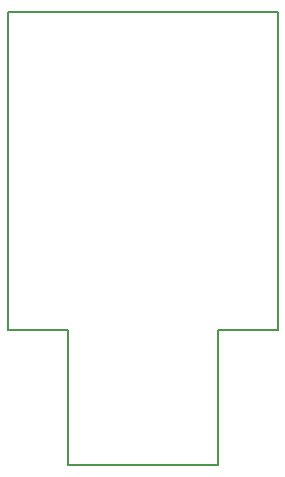
<source format=gbr>
%TF.GenerationSoftware,KiCad,Pcbnew,(5.1.9)-1*%
%TF.CreationDate,2021-04-24T16:12:05+02:00*%
%TF.ProjectId,PwdToken,50776454-6f6b-4656-9e2e-6b696361645f,rev?*%
%TF.SameCoordinates,Original*%
%TF.FileFunction,Profile,NP*%
%FSLAX46Y46*%
G04 Gerber Fmt 4.6, Leading zero omitted, Abs format (unit mm)*
G04 Created by KiCad (PCBNEW (5.1.9)-1) date 2021-04-24 16:12:05*
%MOMM*%
%LPD*%
G01*
G04 APERTURE LIST*
%TA.AperFunction,Profile*%
%ADD10C,0.150000*%
%TD*%
G04 APERTURE END LIST*
D10*
X81280000Y-39116000D02*
X104140000Y-39116000D01*
X81280000Y-66040000D02*
X81280000Y-39116000D01*
X86360000Y-66040000D02*
X81280000Y-66040000D01*
X86360000Y-77470000D02*
X86360000Y-66040000D01*
X99060000Y-77470000D02*
X86360000Y-77470000D01*
X104140000Y-66040000D02*
X104140000Y-39116000D01*
X99060000Y-66040000D02*
X104140000Y-66040000D01*
X99060000Y-77470000D02*
X99060000Y-66040000D01*
M02*

</source>
